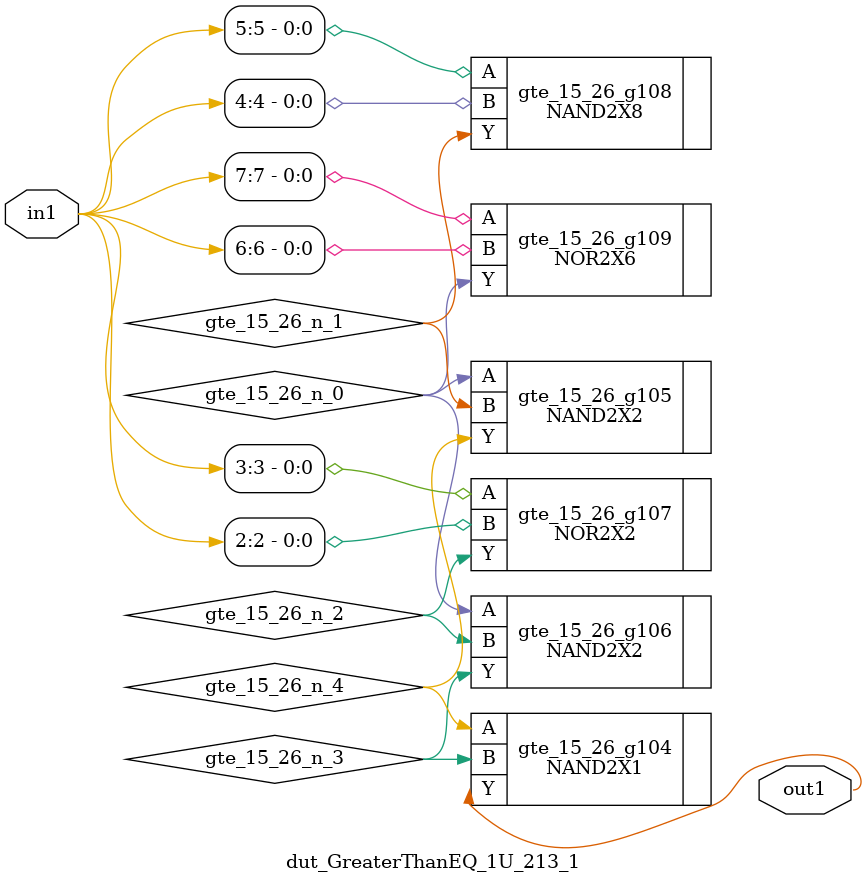
<source format=v>
`timescale 1ps / 1ps


module dut_GreaterThanEQ_1U_213_1(in1, out1);
  input [7:0] in1;
  output out1;
  wire [7:0] in1;
  wire out1;
  wire gte_15_26_n_0, gte_15_26_n_1, gte_15_26_n_2, gte_15_26_n_3,
       gte_15_26_n_4;
  NAND2X1 gte_15_26_g104(.A (gte_15_26_n_4), .B (gte_15_26_n_3), .Y
       (out1));
  NAND2X2 gte_15_26_g105(.A (gte_15_26_n_0), .B (gte_15_26_n_1), .Y
       (gte_15_26_n_4));
  NAND2X2 gte_15_26_g106(.A (gte_15_26_n_0), .B (gte_15_26_n_2), .Y
       (gte_15_26_n_3));
  NOR2X2 gte_15_26_g107(.A (in1[3]), .B (in1[2]), .Y (gte_15_26_n_2));
  NAND2X8 gte_15_26_g108(.A (in1[5]), .B (in1[4]), .Y (gte_15_26_n_1));
  NOR2X6 gte_15_26_g109(.A (in1[7]), .B (in1[6]), .Y (gte_15_26_n_0));
endmodule



</source>
